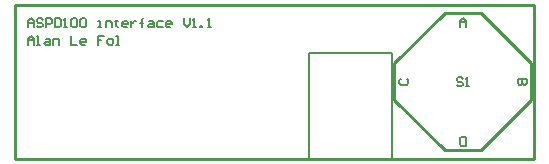
<source format=gto>
G04*
G04 #@! TF.GenerationSoftware,Altium Limited,Altium Designer,20.2.6 (244)*
G04*
G04 Layer_Color=65535*
%FSLAX25Y25*%
%MOIN*%
G70*
G04*
G04 #@! TF.SameCoordinates,F9A225CC-2508-4984-BBC7-CB0CC3AB3280*
G04*
G04*
G04 #@! TF.FilePolarity,Positive*
G04*
G01*
G75*
%ADD10C,0.01000*%
%ADD11C,0.00500*%
%ADD12C,0.00504*%
D10*
X467552Y295057D02*
Y307306D01*
X438600Y324009D02*
X450849D01*
X421897Y295057D02*
Y307306D01*
X438600Y278353D02*
X450849D01*
X450849Y278353D01*
X467552Y295057D01*
X421897Y307306D02*
X438600Y324009D01*
X450849D02*
X467552Y307306D01*
X421897Y295057D02*
X438600Y278353D01*
X295276Y326772D02*
X468504D01*
X295276Y275590D02*
X468504D01*
Y326772D01*
X295276Y275590D02*
Y326772D01*
D11*
X393268Y275394D02*
X421220D01*
X393268Y310827D02*
X421220D01*
Y275394D02*
Y310827D01*
X393268Y275394D02*
Y310827D01*
X423926Y302181D02*
X423426Y301681D01*
Y300681D01*
X423926Y300181D01*
X425925D01*
X426425Y300681D01*
Y301681D01*
X425925Y302181D01*
X466023Y302181D02*
X463024D01*
Y300681D01*
X463524Y300181D01*
X464023D01*
X464523Y300681D01*
Y302181D01*
Y300681D01*
X465023Y300181D01*
X465523D01*
X466023Y300681D01*
Y302181D01*
X443725Y319480D02*
Y321480D01*
X444724Y322480D01*
X445724Y321480D01*
Y319480D01*
Y320980D01*
X443725D01*
X445724Y279883D02*
Y282882D01*
X444225D01*
X443725Y282382D01*
Y280382D01*
X444225Y279883D01*
X445724D01*
X444724Y302181D02*
X444225Y302681D01*
X443225D01*
X442725Y302181D01*
Y301681D01*
X443225Y301181D01*
X444225D01*
X444724Y300681D01*
Y300181D01*
X444225Y299682D01*
X443225D01*
X442725Y300181D01*
X445724Y299682D02*
X446724D01*
X446224D01*
Y302681D01*
X445724Y302181D01*
D12*
X299716Y319402D02*
Y321401D01*
X300716Y322401D01*
X301716Y321401D01*
Y319402D01*
Y320901D01*
X299716D01*
X304715Y321901D02*
X304215Y322401D01*
X303215D01*
X302716Y321901D01*
Y321401D01*
X303215Y320901D01*
X304215D01*
X304715Y320401D01*
Y319901D01*
X304215Y319402D01*
X303215D01*
X302716Y319901D01*
X305715Y319402D02*
Y322401D01*
X307214D01*
X307714Y321901D01*
Y320901D01*
X307214Y320401D01*
X305715D01*
X308714Y322401D02*
Y319402D01*
X310213D01*
X310713Y319901D01*
Y321901D01*
X310213Y322401D01*
X308714D01*
X311713Y319402D02*
X312712D01*
X312212D01*
Y322401D01*
X311713Y321901D01*
X314212D02*
X314712Y322401D01*
X315711D01*
X316211Y321901D01*
Y319901D01*
X315711Y319402D01*
X314712D01*
X314212Y319901D01*
Y321901D01*
X317211D02*
X317711Y322401D01*
X318710D01*
X319210Y321901D01*
Y319901D01*
X318710Y319402D01*
X317711D01*
X317211Y319901D01*
Y321901D01*
X323209Y319402D02*
X324209D01*
X323709D01*
Y321401D01*
X323209D01*
X325708Y319402D02*
Y321401D01*
X327208D01*
X327708Y320901D01*
Y319402D01*
X329207Y321901D02*
Y321401D01*
X328707D01*
X329707D01*
X329207D01*
Y319901D01*
X329707Y319402D01*
X332706D02*
X331706D01*
X331206Y319901D01*
Y320901D01*
X331706Y321401D01*
X332706D01*
X333206Y320901D01*
Y320401D01*
X331206D01*
X334205Y321401D02*
Y319402D01*
Y320401D01*
X334705Y320901D01*
X335205Y321401D01*
X335705D01*
X337704Y319402D02*
Y321901D01*
Y320901D01*
X337204D01*
X338204D01*
X337704D01*
Y321901D01*
X338204Y322401D01*
X340203Y321401D02*
X341203D01*
X341703Y320901D01*
Y319402D01*
X340203D01*
X339704Y319901D01*
X340203Y320401D01*
X341703D01*
X344702Y321401D02*
X343202D01*
X342703Y320901D01*
Y319901D01*
X343202Y319402D01*
X344702D01*
X347201D02*
X346201D01*
X345702Y319901D01*
Y320901D01*
X346201Y321401D01*
X347201D01*
X347701Y320901D01*
Y320401D01*
X345702D01*
X351700Y322401D02*
Y320401D01*
X352699Y319402D01*
X353699Y320401D01*
Y322401D01*
X354699Y319402D02*
X355698D01*
X355199D01*
Y322401D01*
X354699Y321901D01*
X357198Y319402D02*
Y319901D01*
X357698D01*
Y319402D01*
X357198D01*
X359697D02*
X360697D01*
X360197D01*
Y322401D01*
X359697Y321901D01*
X299716Y313496D02*
Y315495D01*
X300716Y316495D01*
X301716Y315495D01*
Y313496D01*
Y314996D01*
X299716D01*
X302716Y313496D02*
X303715D01*
X303215D01*
Y316495D01*
X302716D01*
X305715Y315495D02*
X306714D01*
X307214Y314996D01*
Y313496D01*
X305715D01*
X305215Y313996D01*
X305715Y314496D01*
X307214D01*
X308214Y313496D02*
Y315495D01*
X309713D01*
X310213Y314996D01*
Y313496D01*
X314212Y316495D02*
Y313496D01*
X316211D01*
X318710D02*
X317711D01*
X317211Y313996D01*
Y314996D01*
X317711Y315495D01*
X318710D01*
X319210Y314996D01*
Y314496D01*
X317211D01*
X325208Y316495D02*
X323209D01*
Y314996D01*
X324209D01*
X323209D01*
Y313496D01*
X326708D02*
X327708D01*
X328207Y313996D01*
Y314996D01*
X327708Y315495D01*
X326708D01*
X326208Y314996D01*
Y313996D01*
X326708Y313496D01*
X329207D02*
X330207D01*
X329707D01*
Y316495D01*
X329207D01*
M02*

</source>
